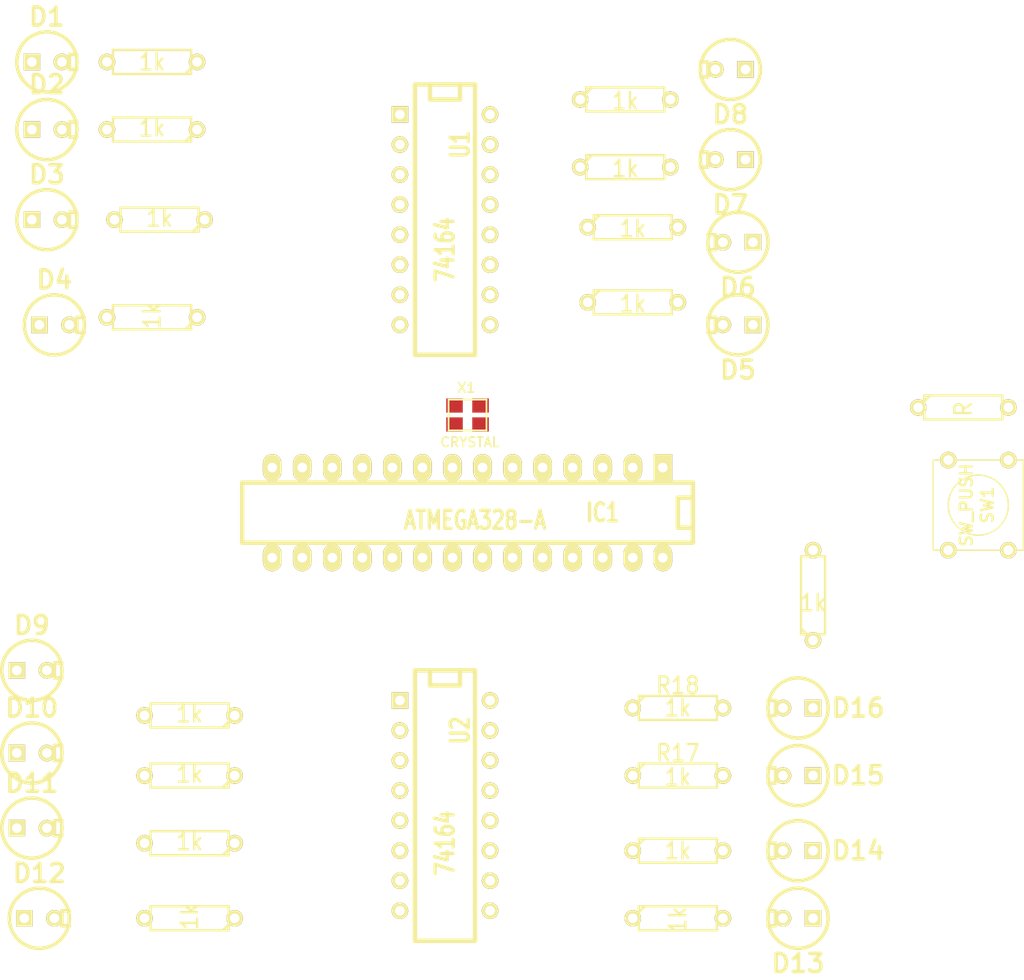
<source format=kicad_pcb>
(kicad_pcb (version 3) (host pcbnew "(2013-jul-07)-stable")

  (general
    (links 69)
    (no_connects 69)
    (area 0 0 0 0)
    (thickness 1.6)
    (drawings 0)
    (tracks 0)
    (zones 0)
    (modules 39)
    (nets 40)
  )

  (page A3)
  (layers
    (15 F.Cu signal)
    (0 B.Cu signal)
    (16 B.Adhes user)
    (17 F.Adhes user)
    (18 B.Paste user)
    (19 F.Paste user)
    (20 B.SilkS user)
    (21 F.SilkS user)
    (22 B.Mask user)
    (23 F.Mask user)
    (24 Dwgs.User user)
    (25 Cmts.User user)
    (26 Eco1.User user)
    (27 Eco2.User user)
    (28 Edge.Cuts user)
  )

  (setup
    (last_trace_width 0.254)
    (trace_clearance 0.254)
    (zone_clearance 0.508)
    (zone_45_only no)
    (trace_min 0.254)
    (segment_width 0.2)
    (edge_width 0.1)
    (via_size 0.889)
    (via_drill 0.635)
    (via_min_size 0.889)
    (via_min_drill 0.508)
    (uvia_size 0.508)
    (uvia_drill 0.127)
    (uvias_allowed no)
    (uvia_min_size 0.508)
    (uvia_min_drill 0.127)
    (pcb_text_width 0.3)
    (pcb_text_size 1.5 1.5)
    (mod_edge_width 0.15)
    (mod_text_size 1 1)
    (mod_text_width 0.15)
    (pad_size 1.5 1.5)
    (pad_drill 0.6)
    (pad_to_mask_clearance 0)
    (aux_axis_origin 0 0)
    (visible_elements FFFFFFBF)
    (pcbplotparams
      (layerselection 3178497)
      (usegerberextensions true)
      (excludeedgelayer true)
      (linewidth 0.150000)
      (plotframeref false)
      (viasonmask false)
      (mode 1)
      (useauxorigin false)
      (hpglpennumber 1)
      (hpglpenspeed 20)
      (hpglpendiameter 15)
      (hpglpenoverlay 2)
      (psnegative false)
      (psa4output false)
      (plotreference true)
      (plotvalue true)
      (plotothertext true)
      (plotinvisibletext false)
      (padsonsilk false)
      (subtractmaskfromsilk false)
      (outputformat 1)
      (mirror false)
      (drillshape 1)
      (scaleselection 1)
      (outputdirectory ""))
  )

  (net 0 "")
  (net 1 GND)
  (net 2 N-000001)
  (net 3 N-0000010)
  (net 4 N-0000011)
  (net 5 N-0000012)
  (net 6 N-0000013)
  (net 7 N-0000014)
  (net 8 N-0000015)
  (net 9 N-0000016)
  (net 10 N-0000017)
  (net 11 N-000002)
  (net 12 N-0000021)
  (net 13 N-0000022)
  (net 14 N-0000023)
  (net 15 N-0000024)
  (net 16 N-0000025)
  (net 17 N-0000027)
  (net 18 N-0000028)
  (net 19 N-0000029)
  (net 20 N-000003)
  (net 21 N-0000031)
  (net 22 N-0000032)
  (net 23 N-0000033)
  (net 24 N-0000034)
  (net 25 N-0000035)
  (net 26 N-0000036)
  (net 27 N-0000037)
  (net 28 N-0000038)
  (net 29 N-0000039)
  (net 30 N-000004)
  (net 31 N-0000040)
  (net 32 N-000005)
  (net 33 N-000006)
  (net 34 N-000007)
  (net 35 N-000008)
  (net 36 N-000009)
  (net 37 RESET)
  (net 38 SRCLK)
  (net 39 VCC)

  (net_class Default "This is the default net class."
    (clearance 0.254)
    (trace_width 0.254)
    (via_dia 0.889)
    (via_drill 0.635)
    (uvia_dia 0.508)
    (uvia_drill 0.127)
    (add_net "")
    (add_net GND)
    (add_net N-000001)
    (add_net N-0000010)
    (add_net N-0000011)
    (add_net N-0000012)
    (add_net N-0000013)
    (add_net N-0000014)
    (add_net N-0000015)
    (add_net N-0000016)
    (add_net N-0000017)
    (add_net N-000002)
    (add_net N-0000021)
    (add_net N-0000022)
    (add_net N-0000023)
    (add_net N-0000024)
    (add_net N-0000025)
    (add_net N-0000027)
    (add_net N-0000028)
    (add_net N-0000029)
    (add_net N-000003)
    (add_net N-0000031)
    (add_net N-0000032)
    (add_net N-0000033)
    (add_net N-0000034)
    (add_net N-0000035)
    (add_net N-0000036)
    (add_net N-0000037)
    (add_net N-0000038)
    (add_net N-0000039)
    (add_net N-000004)
    (add_net N-0000040)
    (add_net N-000005)
    (add_net N-000006)
    (add_net N-000007)
    (add_net N-000008)
    (add_net N-000009)
    (add_net RESET)
    (add_net SRCLK)
    (add_net VCC)
  )

  (module crystal_FA238-TSX3225 (layer F.Cu) (tedit 514AEB06) (tstamp 556D1B70)
    (at 145.415 83.82)
    (descr "crystal Epson Toyocom FA-238 and TSX-3225 series")
    (path /556AE120)
    (fp_text reference X1 (at -0.1 -2.3) (layer F.SilkS)
      (effects (font (size 0.8 0.8) (thickness 0.15)))
    )
    (fp_text value CRYSTAL (at 0.2 2.3) (layer F.SilkS)
      (effects (font (size 0.8 0.8) (thickness 0.15)))
    )
    (fp_line (start -1.6 -1.3) (end 1.6 -1.3) (layer F.SilkS) (width 0.15))
    (fp_line (start 1.6 -1.3) (end 1.6 1.3) (layer F.SilkS) (width 0.15))
    (fp_line (start 1.6 1.3) (end -1.6 1.3) (layer F.SilkS) (width 0.15))
    (fp_line (start -1.6 1.3) (end -1.6 -1.3) (layer F.SilkS) (width 0.15))
    (pad 1 smd rect (at -1.1 0.8) (size 1.4 1.2)
      (layers F.Cu F.Paste F.Mask)
      (net 17 N-0000027)
    )
    (pad 3 smd rect (at 1.1 0.8) (size 1.4 1.2)
      (layers F.Cu F.Paste F.Mask)
    )
    (pad 3 smd rect (at -1.1 -0.8) (size 1.4 1.2)
      (layers F.Cu F.Paste F.Mask)
    )
    (pad 2 smd rect (at 1.1 -0.8) (size 1.4 1.2)
      (layers F.Cu F.Paste F.Mask)
      (net 18 N-0000028)
    )
    (model smd/smd_crystal&oscillator/crystal_4pins_smd.wrl
      (at (xyz 0 0 0))
      (scale (xyz 0.24 0.24 0.24))
      (rotate (xyz 0 0 0))
    )
  )

  (module DIP-28__300_ELL (layer F.Cu) (tedit 556D374F) (tstamp 556D1E80)
    (at 145.415 92.075 180)
    (descr "28 pins DIL package, elliptical pads, width 300mil")
    (tags DIL)
    (path /556AD7BC)
    (fp_text reference IC1 (at -11.43 0 180) (layer F.SilkS)
      (effects (font (size 1.524 1.143) (thickness 0.3048)))
    )
    (fp_text value ATMEGA328-A (at -0.635 -0.635 180) (layer F.SilkS)
      (effects (font (size 1.524 1.143) (thickness 0.3048)))
    )
    (fp_line (start -19.05 -2.54) (end 19.05 -2.54) (layer F.SilkS) (width 0.381))
    (fp_line (start 19.05 -2.54) (end 19.05 2.54) (layer F.SilkS) (width 0.381))
    (fp_line (start 19.05 2.54) (end -19.05 2.54) (layer F.SilkS) (width 0.381))
    (fp_line (start -19.05 2.54) (end -19.05 -2.54) (layer F.SilkS) (width 0.381))
    (fp_line (start -19.05 -1.27) (end -17.78 -1.27) (layer F.SilkS) (width 0.381))
    (fp_line (start -17.78 -1.27) (end -17.78 1.27) (layer F.SilkS) (width 0.381))
    (fp_line (start -17.78 1.27) (end -19.05 1.27) (layer F.SilkS) (width 0.381))
    (pad 2 thru_hole oval (at -13.97 3.81 180) (size 1.5748 2.286) (drill 0.8128)
      (layers *.Cu *.Mask F.SilkS)
    )
    (pad 3 thru_hole oval (at -11.43 3.81 180) (size 1.5748 2.286) (drill 0.8128)
      (layers *.Cu *.Mask F.SilkS)
      (net 1 GND)
    )
    (pad 4 thru_hole oval (at -8.89 3.81 180) (size 1.5748 2.286) (drill 0.8128)
      (layers *.Cu *.Mask F.SilkS)
      (net 39 VCC)
    )
    (pad 5 thru_hole oval (at -6.35 3.81 180) (size 1.5748 2.286) (drill 0.8128)
      (layers *.Cu *.Mask F.SilkS)
      (net 1 GND)
    )
    (pad 6 thru_hole oval (at -3.81 3.81 180) (size 1.5748 2.286) (drill 0.8128)
      (layers *.Cu *.Mask F.SilkS)
      (net 39 VCC)
    )
    (pad 7 thru_hole oval (at -1.27 3.81 180) (size 1.5748 2.286) (drill 0.8128)
      (layers *.Cu *.Mask F.SilkS)
      (net 18 N-0000028)
    )
    (pad 8 thru_hole oval (at 1.27 3.81 180) (size 1.5748 2.286) (drill 0.8128)
      (layers *.Cu *.Mask F.SilkS)
      (net 17 N-0000027)
    )
    (pad 9 thru_hole oval (at 3.81 3.81 180) (size 1.5748 2.286) (drill 0.8128)
      (layers *.Cu *.Mask F.SilkS)
    )
    (pad 10 thru_hole oval (at 6.35 3.81 180) (size 1.5748 2.286) (drill 0.8128)
      (layers *.Cu *.Mask F.SilkS)
    )
    (pad 11 thru_hole oval (at 8.89 3.81 180) (size 1.5748 2.286) (drill 0.8128)
      (layers *.Cu *.Mask F.SilkS)
    )
    (pad 12 thru_hole oval (at 11.43 3.81 180) (size 1.5748 2.286) (drill 0.8128)
      (layers *.Cu *.Mask F.SilkS)
    )
    (pad 13 thru_hole oval (at 13.97 3.81 180) (size 1.5748 2.286) (drill 0.8128)
      (layers *.Cu *.Mask F.SilkS)
    )
    (pad 14 thru_hole oval (at 16.51 3.81 180) (size 1.5748 2.286) (drill 0.8128)
      (layers *.Cu *.Mask F.SilkS)
    )
    (pad 1 thru_hole rect (at -16.51 3.81 180) (size 1.5748 2.286) (drill 0.8128)
      (layers *.Cu *.Mask F.SilkS)
    )
    (pad 15 thru_hole oval (at 16.51 -3.81 180) (size 1.5748 2.286) (drill 0.8128)
      (layers *.Cu *.Mask F.SilkS)
    )
    (pad 16 thru_hole oval (at 13.97 -3.81 180) (size 1.5748 2.286) (drill 0.8128)
      (layers *.Cu *.Mask F.SilkS)
    )
    (pad 17 thru_hole oval (at 11.43 -3.81 180) (size 1.5748 2.286) (drill 0.8128)
      (layers *.Cu *.Mask F.SilkS)
    )
    (pad 18 thru_hole oval (at 8.89 -3.81 180) (size 1.5748 2.286) (drill 0.8128)
      (layers *.Cu *.Mask F.SilkS)
    )
    (pad 19 thru_hole oval (at 6.35 -3.81 180) (size 1.5748 2.286) (drill 0.8128)
      (layers *.Cu *.Mask F.SilkS)
    )
    (pad 20 thru_hole oval (at 3.81 -3.81 180) (size 1.5748 2.286) (drill 0.8128)
      (layers *.Cu *.Mask F.SilkS)
    )
    (pad 21 thru_hole oval (at 1.27 -3.81 180) (size 1.5748 2.286) (drill 0.8128)
      (layers *.Cu *.Mask F.SilkS)
      (net 1 GND)
    )
    (pad 22 thru_hole oval (at -1.27 -3.81 180) (size 1.5748 2.286) (drill 0.8128)
      (layers *.Cu *.Mask F.SilkS)
    )
    (pad 23 thru_hole oval (at -3.81 -3.81 180) (size 1.5748 2.286) (drill 0.8128)
      (layers *.Cu *.Mask F.SilkS)
    )
    (pad 24 thru_hole oval (at -6.35 -3.81 180) (size 1.5748 2.286) (drill 0.8128)
      (layers *.Cu *.Mask F.SilkS)
    )
    (pad 25 thru_hole oval (at -8.89 -3.81 180) (size 1.5748 2.286) (drill 0.8128)
      (layers *.Cu *.Mask F.SilkS)
    )
    (pad 26 thru_hole oval (at -11.43 -3.81 180) (size 1.5748 2.286) (drill 0.8128)
      (layers *.Cu *.Mask F.SilkS)
    )
    (pad 27 thru_hole oval (at -13.97 -3.81 180) (size 1.5748 2.286) (drill 0.8128)
      (layers *.Cu *.Mask F.SilkS)
    )
    (pad 28 thru_hole oval (at -16.51 -3.81 180) (size 1.5748 2.286) (drill 0.8128)
      (layers *.Cu *.Mask F.SilkS)
    )
    (model dil/dil_28-w300.wrl
      (at (xyz 0 0 0))
      (scale (xyz 1 1 1))
      (rotate (xyz 0 0 0))
    )
  )

  (module R3 (layer F.Cu) (tedit 556D3BD1) (tstamp 556D306C)
    (at 174.625 99.06 90)
    (descr "Resitance 3 pas")
    (tags R)
    (path /556BD696)
    (autoplace_cost180 10)
    (fp_text reference R2 (at 0 0.127 90) (layer F.SilkS) hide
      (effects (font (size 1.397 1.27) (thickness 0.2032)))
    )
    (fp_text value 1k (at -0.635 0 180) (layer F.SilkS)
      (effects (font (size 1.397 1.27) (thickness 0.2032)))
    )
    (fp_line (start -3.81 0) (end -3.302 0) (layer F.SilkS) (width 0.2032))
    (fp_line (start 3.81 0) (end 3.302 0) (layer F.SilkS) (width 0.2032))
    (fp_line (start 3.302 0) (end 3.302 -1.016) (layer F.SilkS) (width 0.2032))
    (fp_line (start 3.302 -1.016) (end -3.302 -1.016) (layer F.SilkS) (width 0.2032))
    (fp_line (start -3.302 -1.016) (end -3.302 1.016) (layer F.SilkS) (width 0.2032))
    (fp_line (start -3.302 1.016) (end 3.302 1.016) (layer F.SilkS) (width 0.2032))
    (fp_line (start 3.302 1.016) (end 3.302 0) (layer F.SilkS) (width 0.2032))
    (fp_line (start -3.302 -0.508) (end -2.794 -1.016) (layer F.SilkS) (width 0.2032))
    (pad 1 thru_hole circle (at -3.81 0 90) (size 1.397 1.397) (drill 0.8128)
      (layers *.Cu *.Mask F.SilkS)
      (net 39 VCC)
    )
    (pad 2 thru_hole circle (at 3.81 0 90) (size 1.397 1.397) (drill 0.8128)
      (layers *.Cu *.Mask F.SilkS)
      (net 19 N-0000029)
    )
    (model discret/resistor.wrl
      (at (xyz 0 0 0))
      (scale (xyz 0.3 0.3 0.3))
      (rotate (xyz 0 0 0))
    )
  )

  (module SW_PUSH_SMALL (layer F.Cu) (tedit 46544DB3) (tstamp 556D3134)
    (at 188.595 91.44 270)
    (path /556AE3FA)
    (fp_text reference SW1 (at 0 -0.762 270) (layer F.SilkS)
      (effects (font (size 1.016 1.016) (thickness 0.2032)))
    )
    (fp_text value SW_PUSH (at 0 1.016 270) (layer F.SilkS)
      (effects (font (size 1.016 1.016) (thickness 0.2032)))
    )
    (fp_circle (center 0 0) (end 0 -2.54) (layer F.SilkS) (width 0.127))
    (fp_line (start -3.81 -3.81) (end 3.81 -3.81) (layer F.SilkS) (width 0.127))
    (fp_line (start 3.81 -3.81) (end 3.81 3.81) (layer F.SilkS) (width 0.127))
    (fp_line (start 3.81 3.81) (end -3.81 3.81) (layer F.SilkS) (width 0.127))
    (fp_line (start -3.81 -3.81) (end -3.81 3.81) (layer F.SilkS) (width 0.127))
    (pad 1 thru_hole circle (at 3.81 -2.54 270) (size 1.397 1.397) (drill 0.8128)
      (layers *.Cu *.Mask F.SilkS)
      (net 37 RESET)
    )
    (pad 2 thru_hole circle (at 3.81 2.54 270) (size 1.397 1.397) (drill 0.8128)
      (layers *.Cu *.Mask F.SilkS)
      (net 1 GND)
    )
    (pad 1 thru_hole circle (at -3.81 -2.54 270) (size 1.397 1.397) (drill 0.8128)
      (layers *.Cu *.Mask F.SilkS)
      (net 37 RESET)
    )
    (pad 2 thru_hole circle (at -3.81 2.54 270) (size 1.397 1.397) (drill 0.8128)
      (layers *.Cu *.Mask F.SilkS)
      (net 1 GND)
    )
  )

  (module LEDV (layer F.Cu) (tedit 200000) (tstamp 556D3374)
    (at 109.855 53.975)
    (descr "Led verticale diam 6mm")
    (tags "LED DEV")
    (path /556AD851)
    (fp_text reference D1 (at 0 -3.81) (layer F.SilkS)
      (effects (font (size 1.524 1.524) (thickness 0.3048)))
    )
    (fp_text value LED (at 0 -3.81) (layer F.SilkS) hide
      (effects (font (size 1.524 1.524) (thickness 0.3048)))
    )
    (fp_circle (center 0 0) (end -2.54 0) (layer F.SilkS) (width 0.3048))
    (fp_line (start 2.54 -0.635) (end 1.905 -0.635) (layer F.SilkS) (width 0.3048))
    (fp_line (start 1.905 -0.635) (end 1.905 0.635) (layer F.SilkS) (width 0.3048))
    (fp_line (start 1.905 0.635) (end 2.54 0.635) (layer F.SilkS) (width 0.3048))
    (pad 1 thru_hole rect (at -1.27 0) (size 1.397 1.397) (drill 0.8128)
      (layers *.Cu *.Mask F.SilkS)
      (net 39 VCC)
    )
    (pad 2 thru_hole circle (at 1.27 0) (size 1.397 1.397) (drill 0.8128)
      (layers *.Cu *.Mask F.SilkS)
      (net 14 N-0000023)
    )
    (model discret/led5_vertical.wrl
      (at (xyz 0 0 0))
      (scale (xyz 1 1 1))
      (rotate (xyz 0 0 0))
    )
  )

  (module LEDV (layer F.Cu) (tedit 200000) (tstamp 556D337E)
    (at 109.855 59.69)
    (descr "Led verticale diam 6mm")
    (tags "LED DEV")
    (path /556AD88A)
    (fp_text reference D2 (at 0 -3.81) (layer F.SilkS)
      (effects (font (size 1.524 1.524) (thickness 0.3048)))
    )
    (fp_text value LED (at 0 -3.81) (layer F.SilkS) hide
      (effects (font (size 1.524 1.524) (thickness 0.3048)))
    )
    (fp_circle (center 0 0) (end -2.54 0) (layer F.SilkS) (width 0.3048))
    (fp_line (start 2.54 -0.635) (end 1.905 -0.635) (layer F.SilkS) (width 0.3048))
    (fp_line (start 1.905 -0.635) (end 1.905 0.635) (layer F.SilkS) (width 0.3048))
    (fp_line (start 1.905 0.635) (end 2.54 0.635) (layer F.SilkS) (width 0.3048))
    (pad 1 thru_hole rect (at -1.27 0) (size 1.397 1.397) (drill 0.8128)
      (layers *.Cu *.Mask F.SilkS)
      (net 39 VCC)
    )
    (pad 2 thru_hole circle (at 1.27 0) (size 1.397 1.397) (drill 0.8128)
      (layers *.Cu *.Mask F.SilkS)
      (net 12 N-0000021)
    )
    (model discret/led5_vertical.wrl
      (at (xyz 0 0 0))
      (scale (xyz 1 1 1))
      (rotate (xyz 0 0 0))
    )
  )

  (module LEDV (layer F.Cu) (tedit 200000) (tstamp 556D3388)
    (at 109.855 67.31)
    (descr "Led verticale diam 6mm")
    (tags "LED DEV")
    (path /556AD8CC)
    (fp_text reference D3 (at 0 -3.81) (layer F.SilkS)
      (effects (font (size 1.524 1.524) (thickness 0.3048)))
    )
    (fp_text value LED (at 0 -3.81) (layer F.SilkS) hide
      (effects (font (size 1.524 1.524) (thickness 0.3048)))
    )
    (fp_circle (center 0 0) (end -2.54 0) (layer F.SilkS) (width 0.3048))
    (fp_line (start 2.54 -0.635) (end 1.905 -0.635) (layer F.SilkS) (width 0.3048))
    (fp_line (start 1.905 -0.635) (end 1.905 0.635) (layer F.SilkS) (width 0.3048))
    (fp_line (start 1.905 0.635) (end 2.54 0.635) (layer F.SilkS) (width 0.3048))
    (pad 1 thru_hole rect (at -1.27 0) (size 1.397 1.397) (drill 0.8128)
      (layers *.Cu *.Mask F.SilkS)
      (net 39 VCC)
    )
    (pad 2 thru_hole circle (at 1.27 0) (size 1.397 1.397) (drill 0.8128)
      (layers *.Cu *.Mask F.SilkS)
      (net 34 N-000007)
    )
    (model discret/led5_vertical.wrl
      (at (xyz 0 0 0))
      (scale (xyz 1 1 1))
      (rotate (xyz 0 0 0))
    )
  )

  (module LEDV (layer F.Cu) (tedit 200000) (tstamp 556D3392)
    (at 168.275 76.2 180)
    (descr "Led verticale diam 6mm")
    (tags "LED DEV")
    (path /556AD92B)
    (fp_text reference D5 (at 0 -3.81 180) (layer F.SilkS)
      (effects (font (size 1.524 1.524) (thickness 0.3048)))
    )
    (fp_text value LED (at 0 -3.81 180) (layer F.SilkS) hide
      (effects (font (size 1.524 1.524) (thickness 0.3048)))
    )
    (fp_circle (center 0 0) (end -2.54 0) (layer F.SilkS) (width 0.3048))
    (fp_line (start 2.54 -0.635) (end 1.905 -0.635) (layer F.SilkS) (width 0.3048))
    (fp_line (start 1.905 -0.635) (end 1.905 0.635) (layer F.SilkS) (width 0.3048))
    (fp_line (start 1.905 0.635) (end 2.54 0.635) (layer F.SilkS) (width 0.3048))
    (pad 1 thru_hole rect (at -1.27 0 180) (size 1.397 1.397) (drill 0.8128)
      (layers *.Cu *.Mask F.SilkS)
      (net 39 VCC)
    )
    (pad 2 thru_hole circle (at 1.27 0 180) (size 1.397 1.397) (drill 0.8128)
      (layers *.Cu *.Mask F.SilkS)
      (net 2 N-000001)
    )
    (model discret/led5_vertical.wrl
      (at (xyz 0 0 0))
      (scale (xyz 1 1 1))
      (rotate (xyz 0 0 0))
    )
  )

  (module LEDV (layer F.Cu) (tedit 200000) (tstamp 556D339C)
    (at 168.275 69.215 180)
    (descr "Led verticale diam 6mm")
    (tags "LED DEV")
    (path /556ADA51)
    (fp_text reference D6 (at 0 -3.81 180) (layer F.SilkS)
      (effects (font (size 1.524 1.524) (thickness 0.3048)))
    )
    (fp_text value LED (at 0 -3.81 180) (layer F.SilkS) hide
      (effects (font (size 1.524 1.524) (thickness 0.3048)))
    )
    (fp_circle (center 0 0) (end -2.54 0) (layer F.SilkS) (width 0.3048))
    (fp_line (start 2.54 -0.635) (end 1.905 -0.635) (layer F.SilkS) (width 0.3048))
    (fp_line (start 1.905 -0.635) (end 1.905 0.635) (layer F.SilkS) (width 0.3048))
    (fp_line (start 1.905 0.635) (end 2.54 0.635) (layer F.SilkS) (width 0.3048))
    (pad 1 thru_hole rect (at -1.27 0 180) (size 1.397 1.397) (drill 0.8128)
      (layers *.Cu *.Mask F.SilkS)
      (net 39 VCC)
    )
    (pad 2 thru_hole circle (at 1.27 0 180) (size 1.397 1.397) (drill 0.8128)
      (layers *.Cu *.Mask F.SilkS)
      (net 20 N-000003)
    )
    (model discret/led5_vertical.wrl
      (at (xyz 0 0 0))
      (scale (xyz 1 1 1))
      (rotate (xyz 0 0 0))
    )
  )

  (module LEDV (layer F.Cu) (tedit 200000) (tstamp 556D33A6)
    (at 167.64 62.23 180)
    (descr "Led verticale diam 6mm")
    (tags "LED DEV")
    (path /556ADA63)
    (fp_text reference D7 (at 0 -3.81 180) (layer F.SilkS)
      (effects (font (size 1.524 1.524) (thickness 0.3048)))
    )
    (fp_text value LED (at 0 -3.81 180) (layer F.SilkS) hide
      (effects (font (size 1.524 1.524) (thickness 0.3048)))
    )
    (fp_circle (center 0 0) (end -2.54 0) (layer F.SilkS) (width 0.3048))
    (fp_line (start 2.54 -0.635) (end 1.905 -0.635) (layer F.SilkS) (width 0.3048))
    (fp_line (start 1.905 -0.635) (end 1.905 0.635) (layer F.SilkS) (width 0.3048))
    (fp_line (start 1.905 0.635) (end 2.54 0.635) (layer F.SilkS) (width 0.3048))
    (pad 1 thru_hole rect (at -1.27 0 180) (size 1.397 1.397) (drill 0.8128)
      (layers *.Cu *.Mask F.SilkS)
      (net 39 VCC)
    )
    (pad 2 thru_hole circle (at 1.27 0 180) (size 1.397 1.397) (drill 0.8128)
      (layers *.Cu *.Mask F.SilkS)
      (net 9 N-0000016)
    )
    (model discret/led5_vertical.wrl
      (at (xyz 0 0 0))
      (scale (xyz 1 1 1))
      (rotate (xyz 0 0 0))
    )
  )

  (module LEDV (layer F.Cu) (tedit 200000) (tstamp 556D33B0)
    (at 167.64 54.61 180)
    (descr "Led verticale diam 6mm")
    (tags "LED DEV")
    (path /556ADA75)
    (fp_text reference D8 (at 0 -3.81 180) (layer F.SilkS)
      (effects (font (size 1.524 1.524) (thickness 0.3048)))
    )
    (fp_text value LED (at 0 -3.81 180) (layer F.SilkS) hide
      (effects (font (size 1.524 1.524) (thickness 0.3048)))
    )
    (fp_circle (center 0 0) (end -2.54 0) (layer F.SilkS) (width 0.3048))
    (fp_line (start 2.54 -0.635) (end 1.905 -0.635) (layer F.SilkS) (width 0.3048))
    (fp_line (start 1.905 -0.635) (end 1.905 0.635) (layer F.SilkS) (width 0.3048))
    (fp_line (start 1.905 0.635) (end 2.54 0.635) (layer F.SilkS) (width 0.3048))
    (pad 1 thru_hole rect (at -1.27 0 180) (size 1.397 1.397) (drill 0.8128)
      (layers *.Cu *.Mask F.SilkS)
      (net 39 VCC)
    )
    (pad 2 thru_hole circle (at 1.27 0 180) (size 1.397 1.397) (drill 0.8128)
      (layers *.Cu *.Mask F.SilkS)
      (net 35 N-000008)
    )
    (model discret/led5_vertical.wrl
      (at (xyz 0 0 0))
      (scale (xyz 1 1 1))
      (rotate (xyz 0 0 0))
    )
  )

  (module LEDV (layer F.Cu) (tedit 200000) (tstamp 556D33BA)
    (at 108.585 112.395)
    (descr "Led verticale diam 6mm")
    (tags "LED DEV")
    (path /556ADBF0)
    (fp_text reference D10 (at 0 -3.81) (layer F.SilkS)
      (effects (font (size 1.524 1.524) (thickness 0.3048)))
    )
    (fp_text value LED (at 0 -3.81) (layer F.SilkS) hide
      (effects (font (size 1.524 1.524) (thickness 0.3048)))
    )
    (fp_circle (center 0 0) (end -2.54 0) (layer F.SilkS) (width 0.3048))
    (fp_line (start 2.54 -0.635) (end 1.905 -0.635) (layer F.SilkS) (width 0.3048))
    (fp_line (start 1.905 -0.635) (end 1.905 0.635) (layer F.SilkS) (width 0.3048))
    (fp_line (start 1.905 0.635) (end 2.54 0.635) (layer F.SilkS) (width 0.3048))
    (pad 1 thru_hole rect (at -1.27 0) (size 1.397 1.397) (drill 0.8128)
      (layers *.Cu *.Mask F.SilkS)
      (net 39 VCC)
    )
    (pad 2 thru_hole circle (at 1.27 0) (size 1.397 1.397) (drill 0.8128)
      (layers *.Cu *.Mask F.SilkS)
      (net 4 N-0000011)
    )
    (model discret/led5_vertical.wrl
      (at (xyz 0 0 0))
      (scale (xyz 1 1 1))
      (rotate (xyz 0 0 0))
    )
  )

  (module LEDV (layer F.Cu) (tedit 200000) (tstamp 556D33C4)
    (at 108.585 118.745)
    (descr "Led verticale diam 6mm")
    (tags "LED DEV")
    (path /556ADBFE)
    (fp_text reference D11 (at 0 -3.81) (layer F.SilkS)
      (effects (font (size 1.524 1.524) (thickness 0.3048)))
    )
    (fp_text value LED (at 0 -3.81) (layer F.SilkS) hide
      (effects (font (size 1.524 1.524) (thickness 0.3048)))
    )
    (fp_circle (center 0 0) (end -2.54 0) (layer F.SilkS) (width 0.3048))
    (fp_line (start 2.54 -0.635) (end 1.905 -0.635) (layer F.SilkS) (width 0.3048))
    (fp_line (start 1.905 -0.635) (end 1.905 0.635) (layer F.SilkS) (width 0.3048))
    (fp_line (start 1.905 0.635) (end 2.54 0.635) (layer F.SilkS) (width 0.3048))
    (pad 1 thru_hole rect (at -1.27 0) (size 1.397 1.397) (drill 0.8128)
      (layers *.Cu *.Mask F.SilkS)
      (net 39 VCC)
    )
    (pad 2 thru_hole circle (at 1.27 0) (size 1.397 1.397) (drill 0.8128)
      (layers *.Cu *.Mask F.SilkS)
      (net 36 N-000009)
    )
    (model discret/led5_vertical.wrl
      (at (xyz 0 0 0))
      (scale (xyz 1 1 1))
      (rotate (xyz 0 0 0))
    )
  )

  (module LEDV (layer F.Cu) (tedit 200000) (tstamp 556D33CE)
    (at 109.22 126.365)
    (descr "Led verticale diam 6mm")
    (tags "LED DEV")
    (path /556ADC1E)
    (fp_text reference D12 (at 0 -3.81) (layer F.SilkS)
      (effects (font (size 1.524 1.524) (thickness 0.3048)))
    )
    (fp_text value LED (at 0 -3.81) (layer F.SilkS) hide
      (effects (font (size 1.524 1.524) (thickness 0.3048)))
    )
    (fp_circle (center 0 0) (end -2.54 0) (layer F.SilkS) (width 0.3048))
    (fp_line (start 2.54 -0.635) (end 1.905 -0.635) (layer F.SilkS) (width 0.3048))
    (fp_line (start 1.905 -0.635) (end 1.905 0.635) (layer F.SilkS) (width 0.3048))
    (fp_line (start 1.905 0.635) (end 2.54 0.635) (layer F.SilkS) (width 0.3048))
    (pad 1 thru_hole rect (at -1.27 0) (size 1.397 1.397) (drill 0.8128)
      (layers *.Cu *.Mask F.SilkS)
      (net 39 VCC)
    )
    (pad 2 thru_hole circle (at 1.27 0) (size 1.397 1.397) (drill 0.8128)
      (layers *.Cu *.Mask F.SilkS)
      (net 25 N-0000035)
    )
    (model discret/led5_vertical.wrl
      (at (xyz 0 0 0))
      (scale (xyz 1 1 1))
      (rotate (xyz 0 0 0))
    )
  )

  (module LEDV (layer F.Cu) (tedit 200000) (tstamp 556D33D8)
    (at 173.355 126.365 180)
    (descr "Led verticale diam 6mm")
    (tags "LED DEV")
    (path /556ADC2A)
    (fp_text reference D13 (at 0 -3.81 180) (layer F.SilkS)
      (effects (font (size 1.524 1.524) (thickness 0.3048)))
    )
    (fp_text value LED (at 0 -3.81 180) (layer F.SilkS) hide
      (effects (font (size 1.524 1.524) (thickness 0.3048)))
    )
    (fp_circle (center 0 0) (end -2.54 0) (layer F.SilkS) (width 0.3048))
    (fp_line (start 2.54 -0.635) (end 1.905 -0.635) (layer F.SilkS) (width 0.3048))
    (fp_line (start 1.905 -0.635) (end 1.905 0.635) (layer F.SilkS) (width 0.3048))
    (fp_line (start 1.905 0.635) (end 2.54 0.635) (layer F.SilkS) (width 0.3048))
    (pad 1 thru_hole rect (at -1.27 0 180) (size 1.397 1.397) (drill 0.8128)
      (layers *.Cu *.Mask F.SilkS)
      (net 39 VCC)
    )
    (pad 2 thru_hole circle (at 1.27 0 180) (size 1.397 1.397) (drill 0.8128)
      (layers *.Cu *.Mask F.SilkS)
      (net 23 N-0000033)
    )
    (model discret/led5_vertical.wrl
      (at (xyz 0 0 0))
      (scale (xyz 1 1 1))
      (rotate (xyz 0 0 0))
    )
  )

  (module LEDV (layer F.Cu) (tedit 556D3F44) (tstamp 556D33E2)
    (at 173.355 120.65 180)
    (descr "Led verticale diam 6mm")
    (tags "LED DEV")
    (path /556ADC3F)
    (fp_text reference D14 (at -5.08 0 180) (layer F.SilkS)
      (effects (font (size 1.524 1.524) (thickness 0.3048)))
    )
    (fp_text value LED (at 0 -3.81 180) (layer F.SilkS) hide
      (effects (font (size 1.524 1.524) (thickness 0.3048)))
    )
    (fp_circle (center 0 0) (end -2.54 0) (layer F.SilkS) (width 0.3048))
    (fp_line (start 2.54 -0.635) (end 1.905 -0.635) (layer F.SilkS) (width 0.3048))
    (fp_line (start 1.905 -0.635) (end 1.905 0.635) (layer F.SilkS) (width 0.3048))
    (fp_line (start 1.905 0.635) (end 2.54 0.635) (layer F.SilkS) (width 0.3048))
    (pad 1 thru_hole rect (at -1.27 0 180) (size 1.397 1.397) (drill 0.8128)
      (layers *.Cu *.Mask F.SilkS)
      (net 39 VCC)
    )
    (pad 2 thru_hole circle (at 1.27 0 180) (size 1.397 1.397) (drill 0.8128)
      (layers *.Cu *.Mask F.SilkS)
      (net 21 N-0000031)
    )
    (model discret/led5_vertical.wrl
      (at (xyz 0 0 0))
      (scale (xyz 1 1 1))
      (rotate (xyz 0 0 0))
    )
  )

  (module R3 (layer F.Cu) (tedit 556D33EF) (tstamp 556D349F)
    (at 118.745 53.975 180)
    (descr "Resitance 3 pas")
    (tags R)
    (path /556AD827)
    (autoplace_cost180 10)
    (fp_text reference R3 (at 0 0.127 180) (layer F.SilkS) hide
      (effects (font (size 1.397 1.27) (thickness 0.2032)))
    )
    (fp_text value 1k (at 0 0 180) (layer F.SilkS)
      (effects (font (size 1.397 1.27) (thickness 0.2032)))
    )
    (fp_line (start -3.81 0) (end -3.302 0) (layer F.SilkS) (width 0.2032))
    (fp_line (start 3.81 0) (end 3.302 0) (layer F.SilkS) (width 0.2032))
    (fp_line (start 3.302 0) (end 3.302 -1.016) (layer F.SilkS) (width 0.2032))
    (fp_line (start 3.302 -1.016) (end -3.302 -1.016) (layer F.SilkS) (width 0.2032))
    (fp_line (start -3.302 -1.016) (end -3.302 1.016) (layer F.SilkS) (width 0.2032))
    (fp_line (start -3.302 1.016) (end 3.302 1.016) (layer F.SilkS) (width 0.2032))
    (fp_line (start 3.302 1.016) (end 3.302 0) (layer F.SilkS) (width 0.2032))
    (fp_line (start -3.302 -0.508) (end -2.794 -1.016) (layer F.SilkS) (width 0.2032))
    (pad 1 thru_hole circle (at -3.81 0 180) (size 1.397 1.397) (drill 0.8128)
      (layers *.Cu *.Mask F.SilkS)
      (net 15 N-0000024)
    )
    (pad 2 thru_hole circle (at 3.81 0 180) (size 1.397 1.397) (drill 0.8128)
      (layers *.Cu *.Mask F.SilkS)
      (net 14 N-0000023)
    )
    (model discret/resistor.wrl
      (at (xyz 0 0 0))
      (scale (xyz 0.3 0.3 0.3))
      (rotate (xyz 0 0 0))
    )
  )

  (module R3 (layer F.Cu) (tedit 4E4C0E65) (tstamp 556D34AD)
    (at 158.75 57.15)
    (descr "Resitance 3 pas")
    (tags R)
    (path /556ADA6F)
    (autoplace_cost180 10)
    (fp_text reference R10 (at 0 0.127) (layer F.SilkS) hide
      (effects (font (size 1.397 1.27) (thickness 0.2032)))
    )
    (fp_text value 1k (at 0 0.127) (layer F.SilkS)
      (effects (font (size 1.397 1.27) (thickness 0.2032)))
    )
    (fp_line (start -3.81 0) (end -3.302 0) (layer F.SilkS) (width 0.2032))
    (fp_line (start 3.81 0) (end 3.302 0) (layer F.SilkS) (width 0.2032))
    (fp_line (start 3.302 0) (end 3.302 -1.016) (layer F.SilkS) (width 0.2032))
    (fp_line (start 3.302 -1.016) (end -3.302 -1.016) (layer F.SilkS) (width 0.2032))
    (fp_line (start -3.302 -1.016) (end -3.302 1.016) (layer F.SilkS) (width 0.2032))
    (fp_line (start -3.302 1.016) (end 3.302 1.016) (layer F.SilkS) (width 0.2032))
    (fp_line (start 3.302 1.016) (end 3.302 0) (layer F.SilkS) (width 0.2032))
    (fp_line (start -3.302 -0.508) (end -2.794 -1.016) (layer F.SilkS) (width 0.2032))
    (pad 1 thru_hole circle (at -3.81 0) (size 1.397 1.397) (drill 0.8128)
      (layers *.Cu *.Mask F.SilkS)
      (net 16 N-0000025)
    )
    (pad 2 thru_hole circle (at 3.81 0) (size 1.397 1.397) (drill 0.8128)
      (layers *.Cu *.Mask F.SilkS)
      (net 35 N-000008)
    )
    (model discret/resistor.wrl
      (at (xyz 0 0 0))
      (scale (xyz 0.3 0.3 0.3))
      (rotate (xyz 0 0 0))
    )
  )

  (module LEDV (layer F.Cu) (tedit 200000) (tstamp 556D35B0)
    (at 110.49 76.2)
    (descr "Led verticale diam 6mm")
    (tags "LED DEV")
    (path /556AD91F)
    (fp_text reference D4 (at 0 -3.81) (layer F.SilkS)
      (effects (font (size 1.524 1.524) (thickness 0.3048)))
    )
    (fp_text value LED (at 0 -3.81) (layer F.SilkS) hide
      (effects (font (size 1.524 1.524) (thickness 0.3048)))
    )
    (fp_circle (center 0 0) (end -2.54 0) (layer F.SilkS) (width 0.3048))
    (fp_line (start 2.54 -0.635) (end 1.905 -0.635) (layer F.SilkS) (width 0.3048))
    (fp_line (start 1.905 -0.635) (end 1.905 0.635) (layer F.SilkS) (width 0.3048))
    (fp_line (start 1.905 0.635) (end 2.54 0.635) (layer F.SilkS) (width 0.3048))
    (pad 1 thru_hole rect (at -1.27 0) (size 1.397 1.397) (drill 0.8128)
      (layers *.Cu *.Mask F.SilkS)
      (net 39 VCC)
    )
    (pad 2 thru_hole circle (at 1.27 0) (size 1.397 1.397) (drill 0.8128)
      (layers *.Cu *.Mask F.SilkS)
      (net 32 N-000005)
    )
    (model discret/led5_vertical.wrl
      (at (xyz 0 0 0))
      (scale (xyz 1 1 1))
      (rotate (xyz 0 0 0))
    )
  )

  (module R3 (layer F.Cu) (tedit 4E4C0E65) (tstamp 556D35D2)
    (at 118.745 59.69 180)
    (descr "Resitance 3 pas")
    (tags R)
    (path /556AD884)
    (autoplace_cost180 10)
    (fp_text reference R4 (at 0 0.127 180) (layer F.SilkS) hide
      (effects (font (size 1.397 1.27) (thickness 0.2032)))
    )
    (fp_text value 1k (at 0 0.127 180) (layer F.SilkS)
      (effects (font (size 1.397 1.27) (thickness 0.2032)))
    )
    (fp_line (start -3.81 0) (end -3.302 0) (layer F.SilkS) (width 0.2032))
    (fp_line (start 3.81 0) (end 3.302 0) (layer F.SilkS) (width 0.2032))
    (fp_line (start 3.302 0) (end 3.302 -1.016) (layer F.SilkS) (width 0.2032))
    (fp_line (start 3.302 -1.016) (end -3.302 -1.016) (layer F.SilkS) (width 0.2032))
    (fp_line (start -3.302 -1.016) (end -3.302 1.016) (layer F.SilkS) (width 0.2032))
    (fp_line (start -3.302 1.016) (end 3.302 1.016) (layer F.SilkS) (width 0.2032))
    (fp_line (start 3.302 1.016) (end 3.302 0) (layer F.SilkS) (width 0.2032))
    (fp_line (start -3.302 -0.508) (end -2.794 -1.016) (layer F.SilkS) (width 0.2032))
    (pad 1 thru_hole circle (at -3.81 0 180) (size 1.397 1.397) (drill 0.8128)
      (layers *.Cu *.Mask F.SilkS)
      (net 13 N-0000022)
    )
    (pad 2 thru_hole circle (at 3.81 0 180) (size 1.397 1.397) (drill 0.8128)
      (layers *.Cu *.Mask F.SilkS)
      (net 12 N-0000021)
    )
    (model discret/resistor.wrl
      (at (xyz 0 0 0))
      (scale (xyz 0.3 0.3 0.3))
      (rotate (xyz 0 0 0))
    )
  )

  (module R3 (layer F.Cu) (tedit 4E4C0E65) (tstamp 556D35E0)
    (at 159.385 74.295)
    (descr "Resitance 3 pas")
    (tags R)
    (path /556AD925)
    (autoplace_cost180 10)
    (fp_text reference R7 (at 0 0.127) (layer F.SilkS) hide
      (effects (font (size 1.397 1.27) (thickness 0.2032)))
    )
    (fp_text value 1k (at 0 0.127) (layer F.SilkS)
      (effects (font (size 1.397 1.27) (thickness 0.2032)))
    )
    (fp_line (start -3.81 0) (end -3.302 0) (layer F.SilkS) (width 0.2032))
    (fp_line (start 3.81 0) (end 3.302 0) (layer F.SilkS) (width 0.2032))
    (fp_line (start 3.302 0) (end 3.302 -1.016) (layer F.SilkS) (width 0.2032))
    (fp_line (start 3.302 -1.016) (end -3.302 -1.016) (layer F.SilkS) (width 0.2032))
    (fp_line (start -3.302 -1.016) (end -3.302 1.016) (layer F.SilkS) (width 0.2032))
    (fp_line (start -3.302 1.016) (end 3.302 1.016) (layer F.SilkS) (width 0.2032))
    (fp_line (start 3.302 1.016) (end 3.302 0) (layer F.SilkS) (width 0.2032))
    (fp_line (start -3.302 -0.508) (end -2.794 -1.016) (layer F.SilkS) (width 0.2032))
    (pad 1 thru_hole circle (at -3.81 0) (size 1.397 1.397) (drill 0.8128)
      (layers *.Cu *.Mask F.SilkS)
      (net 30 N-000004)
    )
    (pad 2 thru_hole circle (at 3.81 0) (size 1.397 1.397) (drill 0.8128)
      (layers *.Cu *.Mask F.SilkS)
      (net 2 N-000001)
    )
    (model discret/resistor.wrl
      (at (xyz 0 0 0))
      (scale (xyz 0.3 0.3 0.3))
      (rotate (xyz 0 0 0))
    )
  )

  (module R3 (layer F.Cu) (tedit 4E4C0E65) (tstamp 556D35EE)
    (at 159.385 67.945)
    (descr "Resitance 3 pas")
    (tags R)
    (path /556ADA4B)
    (autoplace_cost180 10)
    (fp_text reference R8 (at 0 0.127) (layer F.SilkS) hide
      (effects (font (size 1.397 1.27) (thickness 0.2032)))
    )
    (fp_text value 1k (at 0 0.127) (layer F.SilkS)
      (effects (font (size 1.397 1.27) (thickness 0.2032)))
    )
    (fp_line (start -3.81 0) (end -3.302 0) (layer F.SilkS) (width 0.2032))
    (fp_line (start 3.81 0) (end 3.302 0) (layer F.SilkS) (width 0.2032))
    (fp_line (start 3.302 0) (end 3.302 -1.016) (layer F.SilkS) (width 0.2032))
    (fp_line (start 3.302 -1.016) (end -3.302 -1.016) (layer F.SilkS) (width 0.2032))
    (fp_line (start -3.302 -1.016) (end -3.302 1.016) (layer F.SilkS) (width 0.2032))
    (fp_line (start -3.302 1.016) (end 3.302 1.016) (layer F.SilkS) (width 0.2032))
    (fp_line (start 3.302 1.016) (end 3.302 0) (layer F.SilkS) (width 0.2032))
    (fp_line (start -3.302 -0.508) (end -2.794 -1.016) (layer F.SilkS) (width 0.2032))
    (pad 1 thru_hole circle (at -3.81 0) (size 1.397 1.397) (drill 0.8128)
      (layers *.Cu *.Mask F.SilkS)
      (net 11 N-000002)
    )
    (pad 2 thru_hole circle (at 3.81 0) (size 1.397 1.397) (drill 0.8128)
      (layers *.Cu *.Mask F.SilkS)
      (net 20 N-000003)
    )
    (model discret/resistor.wrl
      (at (xyz 0 0 0))
      (scale (xyz 0.3 0.3 0.3))
      (rotate (xyz 0 0 0))
    )
  )

  (module R3 (layer F.Cu) (tedit 4E4C0E65) (tstamp 556D35FC)
    (at 121.92 114.3 180)
    (descr "Resitance 3 pas")
    (tags R)
    (path /556ADBEA)
    (autoplace_cost180 10)
    (fp_text reference R12 (at 0 0.127 180) (layer F.SilkS) hide
      (effects (font (size 1.397 1.27) (thickness 0.2032)))
    )
    (fp_text value 1k (at 0 0.127 180) (layer F.SilkS)
      (effects (font (size 1.397 1.27) (thickness 0.2032)))
    )
    (fp_line (start -3.81 0) (end -3.302 0) (layer F.SilkS) (width 0.2032))
    (fp_line (start 3.81 0) (end 3.302 0) (layer F.SilkS) (width 0.2032))
    (fp_line (start 3.302 0) (end 3.302 -1.016) (layer F.SilkS) (width 0.2032))
    (fp_line (start 3.302 -1.016) (end -3.302 -1.016) (layer F.SilkS) (width 0.2032))
    (fp_line (start -3.302 -1.016) (end -3.302 1.016) (layer F.SilkS) (width 0.2032))
    (fp_line (start -3.302 1.016) (end 3.302 1.016) (layer F.SilkS) (width 0.2032))
    (fp_line (start 3.302 1.016) (end 3.302 0) (layer F.SilkS) (width 0.2032))
    (fp_line (start -3.302 -0.508) (end -2.794 -1.016) (layer F.SilkS) (width 0.2032))
    (pad 1 thru_hole circle (at -3.81 0 180) (size 1.397 1.397) (drill 0.8128)
      (layers *.Cu *.Mask F.SilkS)
      (net 5 N-0000012)
    )
    (pad 2 thru_hole circle (at 3.81 0 180) (size 1.397 1.397) (drill 0.8128)
      (layers *.Cu *.Mask F.SilkS)
      (net 4 N-0000011)
    )
    (model discret/resistor.wrl
      (at (xyz 0 0 0))
      (scale (xyz 0.3 0.3 0.3))
      (rotate (xyz 0 0 0))
    )
  )

  (module R3 (layer F.Cu) (tedit 556D3609) (tstamp 556D360A)
    (at 163.195 126.365)
    (descr "Resitance 3 pas")
    (tags R)
    (path /556ADC24)
    (autoplace_cost180 10)
    (fp_text reference R15 (at 0 0.127) (layer F.SilkS) hide
      (effects (font (size 1.397 1.27) (thickness 0.2032)))
    )
    (fp_text value 1k (at 0 0.127 90) (layer F.SilkS)
      (effects (font (size 1.397 1.27) (thickness 0.2032)))
    )
    (fp_line (start -3.81 0) (end -3.302 0) (layer F.SilkS) (width 0.2032))
    (fp_line (start 3.81 0) (end 3.302 0) (layer F.SilkS) (width 0.2032))
    (fp_line (start 3.302 0) (end 3.302 -1.016) (layer F.SilkS) (width 0.2032))
    (fp_line (start 3.302 -1.016) (end -3.302 -1.016) (layer F.SilkS) (width 0.2032))
    (fp_line (start -3.302 -1.016) (end -3.302 1.016) (layer F.SilkS) (width 0.2032))
    (fp_line (start -3.302 1.016) (end 3.302 1.016) (layer F.SilkS) (width 0.2032))
    (fp_line (start 3.302 1.016) (end 3.302 0) (layer F.SilkS) (width 0.2032))
    (fp_line (start -3.302 -0.508) (end -2.794 -1.016) (layer F.SilkS) (width 0.2032))
    (pad 1 thru_hole circle (at -3.81 0) (size 1.397 1.397) (drill 0.8128)
      (layers *.Cu *.Mask F.SilkS)
      (net 24 N-0000034)
    )
    (pad 2 thru_hole circle (at 3.81 0) (size 1.397 1.397) (drill 0.8128)
      (layers *.Cu *.Mask F.SilkS)
      (net 23 N-0000033)
    )
    (model discret/resistor.wrl
      (at (xyz 0 0 0))
      (scale (xyz 0.3 0.3 0.3))
      (rotate (xyz 0 0 0))
    )
  )

  (module R3 (layer F.Cu) (tedit 556D36B2) (tstamp 556D3618)
    (at 163.195 120.65)
    (descr "Resitance 3 pas")
    (tags R)
    (path /556ADC39)
    (autoplace_cost180 10)
    (fp_text reference R16 (at 0 0.127) (layer F.SilkS) hide
      (effects (font (size 1.397 1.27) (thickness 0.2032)))
    )
    (fp_text value 1k (at 0 0) (layer F.SilkS)
      (effects (font (size 1.397 1.27) (thickness 0.2032)))
    )
    (fp_line (start -3.81 0) (end -3.302 0) (layer F.SilkS) (width 0.2032))
    (fp_line (start 3.81 0) (end 3.302 0) (layer F.SilkS) (width 0.2032))
    (fp_line (start 3.302 0) (end 3.302 -1.016) (layer F.SilkS) (width 0.2032))
    (fp_line (start 3.302 -1.016) (end -3.302 -1.016) (layer F.SilkS) (width 0.2032))
    (fp_line (start -3.302 -1.016) (end -3.302 1.016) (layer F.SilkS) (width 0.2032))
    (fp_line (start -3.302 1.016) (end 3.302 1.016) (layer F.SilkS) (width 0.2032))
    (fp_line (start 3.302 1.016) (end 3.302 0) (layer F.SilkS) (width 0.2032))
    (fp_line (start -3.302 -0.508) (end -2.794 -1.016) (layer F.SilkS) (width 0.2032))
    (pad 1 thru_hole circle (at -3.81 0) (size 1.397 1.397) (drill 0.8128)
      (layers *.Cu *.Mask F.SilkS)
      (net 22 N-0000032)
    )
    (pad 2 thru_hole circle (at 3.81 0) (size 1.397 1.397) (drill 0.8128)
      (layers *.Cu *.Mask F.SilkS)
      (net 21 N-0000031)
    )
    (model discret/resistor.wrl
      (at (xyz 0 0 0))
      (scale (xyz 0.3 0.3 0.3))
      (rotate (xyz 0 0 0))
    )
  )

  (module R3 (layer F.Cu) (tedit 556D3F19) (tstamp 556D3626)
    (at 163.195 114.3)
    (descr "Resitance 3 pas")
    (tags R)
    (path /556ADC49)
    (autoplace_cost180 10)
    (fp_text reference R17 (at 0 -1.905) (layer F.SilkS)
      (effects (font (size 1.397 1.27) (thickness 0.2032)))
    )
    (fp_text value 1k (at 0 0.127) (layer F.SilkS)
      (effects (font (size 1.397 1.27) (thickness 0.2032)))
    )
    (fp_line (start -3.81 0) (end -3.302 0) (layer F.SilkS) (width 0.2032))
    (fp_line (start 3.81 0) (end 3.302 0) (layer F.SilkS) (width 0.2032))
    (fp_line (start 3.302 0) (end 3.302 -1.016) (layer F.SilkS) (width 0.2032))
    (fp_line (start 3.302 -1.016) (end -3.302 -1.016) (layer F.SilkS) (width 0.2032))
    (fp_line (start -3.302 -1.016) (end -3.302 1.016) (layer F.SilkS) (width 0.2032))
    (fp_line (start -3.302 1.016) (end 3.302 1.016) (layer F.SilkS) (width 0.2032))
    (fp_line (start 3.302 1.016) (end 3.302 0) (layer F.SilkS) (width 0.2032))
    (fp_line (start -3.302 -0.508) (end -2.794 -1.016) (layer F.SilkS) (width 0.2032))
    (pad 1 thru_hole circle (at -3.81 0) (size 1.397 1.397) (drill 0.8128)
      (layers *.Cu *.Mask F.SilkS)
      (net 31 N-0000040)
    )
    (pad 2 thru_hole circle (at 3.81 0) (size 1.397 1.397) (drill 0.8128)
      (layers *.Cu *.Mask F.SilkS)
      (net 29 N-0000039)
    )
    (model discret/resistor.wrl
      (at (xyz 0 0 0))
      (scale (xyz 0.3 0.3 0.3))
      (rotate (xyz 0 0 0))
    )
  )

  (module DIP-16__300 (layer F.Cu) (tedit 556D3E49) (tstamp 556D378A)
    (at 143.51 67.31 270)
    (descr "16 pins DIL package, round pads")
    (tags DIL)
    (path /556AD6FA)
    (fp_text reference U1 (at -6.35 -1.27 270) (layer F.SilkS)
      (effects (font (size 1.524 1.143) (thickness 0.3048)))
    )
    (fp_text value 74164 (at 2.54 0 270) (layer F.SilkS)
      (effects (font (size 1.524 1.143) (thickness 0.3048)))
    )
    (fp_line (start -11.43 -1.27) (end -11.43 -1.27) (layer F.SilkS) (width 0.381))
    (fp_line (start -11.43 -1.27) (end -10.16 -1.27) (layer F.SilkS) (width 0.381))
    (fp_line (start -10.16 -1.27) (end -10.16 1.27) (layer F.SilkS) (width 0.381))
    (fp_line (start -10.16 1.27) (end -11.43 1.27) (layer F.SilkS) (width 0.381))
    (fp_line (start -11.43 -2.54) (end 11.43 -2.54) (layer F.SilkS) (width 0.381))
    (fp_line (start 11.43 -2.54) (end 11.43 2.54) (layer F.SilkS) (width 0.381))
    (fp_line (start 11.43 2.54) (end -11.43 2.54) (layer F.SilkS) (width 0.381))
    (fp_line (start -11.43 2.54) (end -11.43 -2.54) (layer F.SilkS) (width 0.381))
    (pad 1 thru_hole rect (at -8.89 3.81 270) (size 1.397 1.397) (drill 0.8128)
      (layers *.Cu *.Mask F.SilkS)
    )
    (pad 2 thru_hole circle (at -6.35 3.81 270) (size 1.397 1.397) (drill 0.8128)
      (layers *.Cu *.Mask F.SilkS)
      (net 19 N-0000029)
    )
    (pad 3 thru_hole circle (at -3.81 3.81 270) (size 1.397 1.397) (drill 0.8128)
      (layers *.Cu *.Mask F.SilkS)
      (net 15 N-0000024)
    )
    (pad 4 thru_hole circle (at -1.27 3.81 270) (size 1.397 1.397) (drill 0.8128)
      (layers *.Cu *.Mask F.SilkS)
      (net 13 N-0000022)
    )
    (pad 5 thru_hole circle (at 1.27 3.81 270) (size 1.397 1.397) (drill 0.8128)
      (layers *.Cu *.Mask F.SilkS)
      (net 8 N-0000015)
    )
    (pad 6 thru_hole circle (at 3.81 3.81 270) (size 1.397 1.397) (drill 0.8128)
      (layers *.Cu *.Mask F.SilkS)
      (net 33 N-000006)
    )
    (pad 7 thru_hole circle (at 6.35 3.81 270) (size 1.397 1.397) (drill 0.8128)
      (layers *.Cu *.Mask F.SilkS)
      (net 39 VCC)
    )
    (pad 8 thru_hole circle (at 8.89 3.81 270) (size 1.397 1.397) (drill 0.8128)
      (layers *.Cu *.Mask F.SilkS)
      (net 38 SRCLK)
    )
    (pad 9 thru_hole circle (at 8.89 -3.81 270) (size 1.397 1.397) (drill 0.8128)
      (layers *.Cu *.Mask F.SilkS)
      (net 37 RESET)
    )
    (pad 10 thru_hole circle (at 6.35 -3.81 270) (size 1.397 1.397) (drill 0.8128)
      (layers *.Cu *.Mask F.SilkS)
      (net 30 N-000004)
    )
    (pad 11 thru_hole circle (at 3.81 -3.81 270) (size 1.397 1.397) (drill 0.8128)
      (layers *.Cu *.Mask F.SilkS)
      (net 11 N-000002)
    )
    (pad 12 thru_hole circle (at 1.27 -3.81 270) (size 1.397 1.397) (drill 0.8128)
      (layers *.Cu *.Mask F.SilkS)
      (net 10 N-0000017)
    )
    (pad 13 thru_hole circle (at -1.27 -3.81 270) (size 1.397 1.397) (drill 0.8128)
      (layers *.Cu *.Mask F.SilkS)
      (net 16 N-0000025)
    )
    (pad 14 thru_hole circle (at -3.81 -3.81 270) (size 1.397 1.397) (drill 0.8128)
      (layers *.Cu *.Mask F.SilkS)
      (net 1 GND)
    )
    (pad 15 thru_hole circle (at -6.35 -3.81 270) (size 1.397 1.397) (drill 0.8128)
      (layers *.Cu *.Mask F.SilkS)
    )
    (pad 16 thru_hole circle (at -8.89 -3.81 270) (size 1.397 1.397) (drill 0.8128)
      (layers *.Cu *.Mask F.SilkS)
    )
    (model dil/dil_16.wrl
      (at (xyz 0 0 0))
      (scale (xyz 1 1 1))
      (rotate (xyz 0 0 0))
    )
  )

  (module DIP-16__300 (layer F.Cu) (tedit 556D3E45) (tstamp 556D3EF4)
    (at 143.51 116.84 270)
    (descr "16 pins DIL package, round pads")
    (tags DIL)
    (path /556AD70C)
    (fp_text reference U2 (at -6.35 -1.27 270) (layer F.SilkS)
      (effects (font (size 1.524 1.143) (thickness 0.3048)))
    )
    (fp_text value 74164 (at 3.175 0 270) (layer F.SilkS)
      (effects (font (size 1.524 1.143) (thickness 0.3048)))
    )
    (fp_line (start -11.43 -1.27) (end -11.43 -1.27) (layer F.SilkS) (width 0.381))
    (fp_line (start -11.43 -1.27) (end -10.16 -1.27) (layer F.SilkS) (width 0.381))
    (fp_line (start -10.16 -1.27) (end -10.16 1.27) (layer F.SilkS) (width 0.381))
    (fp_line (start -10.16 1.27) (end -11.43 1.27) (layer F.SilkS) (width 0.381))
    (fp_line (start -11.43 -2.54) (end 11.43 -2.54) (layer F.SilkS) (width 0.381))
    (fp_line (start 11.43 -2.54) (end 11.43 2.54) (layer F.SilkS) (width 0.381))
    (fp_line (start 11.43 2.54) (end -11.43 2.54) (layer F.SilkS) (width 0.381))
    (fp_line (start -11.43 2.54) (end -11.43 -2.54) (layer F.SilkS) (width 0.381))
    (pad 1 thru_hole rect (at -8.89 3.81 270) (size 1.397 1.397) (drill 0.8128)
      (layers *.Cu *.Mask F.SilkS)
      (net 16 N-0000025)
    )
    (pad 2 thru_hole circle (at -6.35 3.81 270) (size 1.397 1.397) (drill 0.8128)
      (layers *.Cu *.Mask F.SilkS)
      (net 19 N-0000029)
    )
    (pad 3 thru_hole circle (at -3.81 3.81 270) (size 1.397 1.397) (drill 0.8128)
      (layers *.Cu *.Mask F.SilkS)
      (net 7 N-0000014)
    )
    (pad 4 thru_hole circle (at -1.27 3.81 270) (size 1.397 1.397) (drill 0.8128)
      (layers *.Cu *.Mask F.SilkS)
      (net 5 N-0000012)
    )
    (pad 5 thru_hole circle (at 1.27 3.81 270) (size 1.397 1.397) (drill 0.8128)
      (layers *.Cu *.Mask F.SilkS)
      (net 3 N-0000010)
    )
    (pad 6 thru_hole circle (at 3.81 3.81 270) (size 1.397 1.397) (drill 0.8128)
      (layers *.Cu *.Mask F.SilkS)
      (net 26 N-0000036)
    )
    (pad 7 thru_hole circle (at 6.35 3.81 270) (size 1.397 1.397) (drill 0.8128)
      (layers *.Cu *.Mask F.SilkS)
      (net 39 VCC)
    )
    (pad 8 thru_hole circle (at 8.89 3.81 270) (size 1.397 1.397) (drill 0.8128)
      (layers *.Cu *.Mask F.SilkS)
      (net 38 SRCLK)
    )
    (pad 9 thru_hole circle (at 8.89 -3.81 270) (size 1.397 1.397) (drill 0.8128)
      (layers *.Cu *.Mask F.SilkS)
      (net 37 RESET)
    )
    (pad 10 thru_hole circle (at 6.35 -3.81 270) (size 1.397 1.397) (drill 0.8128)
      (layers *.Cu *.Mask F.SilkS)
      (net 24 N-0000034)
    )
    (pad 11 thru_hole circle (at 3.81 -3.81 270) (size 1.397 1.397) (drill 0.8128)
      (layers *.Cu *.Mask F.SilkS)
      (net 22 N-0000032)
    )
    (pad 12 thru_hole circle (at 1.27 -3.81 270) (size 1.397 1.397) (drill 0.8128)
      (layers *.Cu *.Mask F.SilkS)
      (net 31 N-0000040)
    )
    (pad 13 thru_hole circle (at -1.27 -3.81 270) (size 1.397 1.397) (drill 0.8128)
      (layers *.Cu *.Mask F.SilkS)
      (net 28 N-0000038)
    )
    (pad 14 thru_hole circle (at -3.81 -3.81 270) (size 1.397 1.397) (drill 0.8128)
      (layers *.Cu *.Mask F.SilkS)
      (net 1 GND)
    )
    (pad 15 thru_hole circle (at -6.35 -3.81 270) (size 1.397 1.397) (drill 0.8128)
      (layers *.Cu *.Mask F.SilkS)
    )
    (pad 16 thru_hole circle (at -8.89 -3.81 270) (size 1.397 1.397) (drill 0.8128)
      (layers *.Cu *.Mask F.SilkS)
    )
    (model dil/dil_16.wrl
      (at (xyz 0 0 0))
      (scale (xyz 1 1 1))
      (rotate (xyz 0 0 0))
    )
  )

  (module R3 (layer F.Cu) (tedit 4E4C0E65) (tstamp 556D38BA)
    (at 119.38 67.31 180)
    (descr "Resitance 3 pas")
    (tags R)
    (path /556AD8C6)
    (autoplace_cost180 10)
    (fp_text reference R5 (at 0 0.127 180) (layer F.SilkS) hide
      (effects (font (size 1.397 1.27) (thickness 0.2032)))
    )
    (fp_text value 1k (at 0 0.127 180) (layer F.SilkS)
      (effects (font (size 1.397 1.27) (thickness 0.2032)))
    )
    (fp_line (start -3.81 0) (end -3.302 0) (layer F.SilkS) (width 0.2032))
    (fp_line (start 3.81 0) (end 3.302 0) (layer F.SilkS) (width 0.2032))
    (fp_line (start 3.302 0) (end 3.302 -1.016) (layer F.SilkS) (width 0.2032))
    (fp_line (start 3.302 -1.016) (end -3.302 -1.016) (layer F.SilkS) (width 0.2032))
    (fp_line (start -3.302 -1.016) (end -3.302 1.016) (layer F.SilkS) (width 0.2032))
    (fp_line (start -3.302 1.016) (end 3.302 1.016) (layer F.SilkS) (width 0.2032))
    (fp_line (start 3.302 1.016) (end 3.302 0) (layer F.SilkS) (width 0.2032))
    (fp_line (start -3.302 -0.508) (end -2.794 -1.016) (layer F.SilkS) (width 0.2032))
    (pad 1 thru_hole circle (at -3.81 0 180) (size 1.397 1.397) (drill 0.8128)
      (layers *.Cu *.Mask F.SilkS)
      (net 8 N-0000015)
    )
    (pad 2 thru_hole circle (at 3.81 0 180) (size 1.397 1.397) (drill 0.8128)
      (layers *.Cu *.Mask F.SilkS)
      (net 34 N-000007)
    )
    (model discret/resistor.wrl
      (at (xyz 0 0 0))
      (scale (xyz 0.3 0.3 0.3))
      (rotate (xyz 0 0 0))
    )
  )

  (module R3 (layer F.Cu) (tedit 556D35BF) (tstamp 556D38C8)
    (at 118.745 75.565 180)
    (descr "Resitance 3 pas")
    (tags R)
    (path /556AD904)
    (autoplace_cost180 10)
    (fp_text reference R6 (at 0 0.127 180) (layer F.SilkS) hide
      (effects (font (size 1.397 1.27) (thickness 0.2032)))
    )
    (fp_text value 1k (at 0 0.127 270) (layer F.SilkS)
      (effects (font (size 1.397 1.27) (thickness 0.2032)))
    )
    (fp_line (start -3.81 0) (end -3.302 0) (layer F.SilkS) (width 0.2032))
    (fp_line (start 3.81 0) (end 3.302 0) (layer F.SilkS) (width 0.2032))
    (fp_line (start 3.302 0) (end 3.302 -1.016) (layer F.SilkS) (width 0.2032))
    (fp_line (start 3.302 -1.016) (end -3.302 -1.016) (layer F.SilkS) (width 0.2032))
    (fp_line (start -3.302 -1.016) (end -3.302 1.016) (layer F.SilkS) (width 0.2032))
    (fp_line (start -3.302 1.016) (end 3.302 1.016) (layer F.SilkS) (width 0.2032))
    (fp_line (start 3.302 1.016) (end 3.302 0) (layer F.SilkS) (width 0.2032))
    (fp_line (start -3.302 -0.508) (end -2.794 -1.016) (layer F.SilkS) (width 0.2032))
    (pad 1 thru_hole circle (at -3.81 0 180) (size 1.397 1.397) (drill 0.8128)
      (layers *.Cu *.Mask F.SilkS)
      (net 33 N-000006)
    )
    (pad 2 thru_hole circle (at 3.81 0 180) (size 1.397 1.397) (drill 0.8128)
      (layers *.Cu *.Mask F.SilkS)
      (net 32 N-000005)
    )
    (model discret/resistor.wrl
      (at (xyz 0 0 0))
      (scale (xyz 0.3 0.3 0.3))
      (rotate (xyz 0 0 0))
    )
  )

  (module R3 (layer F.Cu) (tedit 4E4C0E65) (tstamp 556D38D6)
    (at 158.75 62.865)
    (descr "Resitance 3 pas")
    (tags R)
    (path /556ADA5D)
    (autoplace_cost180 10)
    (fp_text reference R9 (at 0 0.127) (layer F.SilkS) hide
      (effects (font (size 1.397 1.27) (thickness 0.2032)))
    )
    (fp_text value 1k (at 0 0.127) (layer F.SilkS)
      (effects (font (size 1.397 1.27) (thickness 0.2032)))
    )
    (fp_line (start -3.81 0) (end -3.302 0) (layer F.SilkS) (width 0.2032))
    (fp_line (start 3.81 0) (end 3.302 0) (layer F.SilkS) (width 0.2032))
    (fp_line (start 3.302 0) (end 3.302 -1.016) (layer F.SilkS) (width 0.2032))
    (fp_line (start 3.302 -1.016) (end -3.302 -1.016) (layer F.SilkS) (width 0.2032))
    (fp_line (start -3.302 -1.016) (end -3.302 1.016) (layer F.SilkS) (width 0.2032))
    (fp_line (start -3.302 1.016) (end 3.302 1.016) (layer F.SilkS) (width 0.2032))
    (fp_line (start 3.302 1.016) (end 3.302 0) (layer F.SilkS) (width 0.2032))
    (fp_line (start -3.302 -0.508) (end -2.794 -1.016) (layer F.SilkS) (width 0.2032))
    (pad 1 thru_hole circle (at -3.81 0) (size 1.397 1.397) (drill 0.8128)
      (layers *.Cu *.Mask F.SilkS)
      (net 10 N-0000017)
    )
    (pad 2 thru_hole circle (at 3.81 0) (size 1.397 1.397) (drill 0.8128)
      (layers *.Cu *.Mask F.SilkS)
      (net 9 N-0000016)
    )
    (model discret/resistor.wrl
      (at (xyz 0 0 0))
      (scale (xyz 0.3 0.3 0.3))
      (rotate (xyz 0 0 0))
    )
  )

  (module R3 (layer F.Cu) (tedit 4E4C0E65) (tstamp 556D38E4)
    (at 121.92 109.22 180)
    (descr "Resitance 3 pas")
    (tags R)
    (path /556ADBDC)
    (autoplace_cost180 10)
    (fp_text reference R11 (at 0 0.127 180) (layer F.SilkS) hide
      (effects (font (size 1.397 1.27) (thickness 0.2032)))
    )
    (fp_text value 1k (at 0 0.127 180) (layer F.SilkS)
      (effects (font (size 1.397 1.27) (thickness 0.2032)))
    )
    (fp_line (start -3.81 0) (end -3.302 0) (layer F.SilkS) (width 0.2032))
    (fp_line (start 3.81 0) (end 3.302 0) (layer F.SilkS) (width 0.2032))
    (fp_line (start 3.302 0) (end 3.302 -1.016) (layer F.SilkS) (width 0.2032))
    (fp_line (start 3.302 -1.016) (end -3.302 -1.016) (layer F.SilkS) (width 0.2032))
    (fp_line (start -3.302 -1.016) (end -3.302 1.016) (layer F.SilkS) (width 0.2032))
    (fp_line (start -3.302 1.016) (end 3.302 1.016) (layer F.SilkS) (width 0.2032))
    (fp_line (start 3.302 1.016) (end 3.302 0) (layer F.SilkS) (width 0.2032))
    (fp_line (start -3.302 -0.508) (end -2.794 -1.016) (layer F.SilkS) (width 0.2032))
    (pad 1 thru_hole circle (at -3.81 0 180) (size 1.397 1.397) (drill 0.8128)
      (layers *.Cu *.Mask F.SilkS)
      (net 7 N-0000014)
    )
    (pad 2 thru_hole circle (at 3.81 0 180) (size 1.397 1.397) (drill 0.8128)
      (layers *.Cu *.Mask F.SilkS)
      (net 6 N-0000013)
    )
    (model discret/resistor.wrl
      (at (xyz 0 0 0))
      (scale (xyz 0.3 0.3 0.3))
      (rotate (xyz 0 0 0))
    )
  )

  (module R3 (layer F.Cu) (tedit 556D3F06) (tstamp 556D38F2)
    (at 163.195 108.585)
    (descr "Resitance 3 pas")
    (tags R)
    (path /556ADC59)
    (autoplace_cost180 10)
    (fp_text reference R18 (at 0 -1.905) (layer F.SilkS)
      (effects (font (size 1.397 1.27) (thickness 0.2032)))
    )
    (fp_text value 1k (at 0 0) (layer F.SilkS)
      (effects (font (size 1.397 1.27) (thickness 0.2032)))
    )
    (fp_line (start -3.81 0) (end -3.302 0) (layer F.SilkS) (width 0.2032))
    (fp_line (start 3.81 0) (end 3.302 0) (layer F.SilkS) (width 0.2032))
    (fp_line (start 3.302 0) (end 3.302 -1.016) (layer F.SilkS) (width 0.2032))
    (fp_line (start 3.302 -1.016) (end -3.302 -1.016) (layer F.SilkS) (width 0.2032))
    (fp_line (start -3.302 -1.016) (end -3.302 1.016) (layer F.SilkS) (width 0.2032))
    (fp_line (start -3.302 1.016) (end 3.302 1.016) (layer F.SilkS) (width 0.2032))
    (fp_line (start 3.302 1.016) (end 3.302 0) (layer F.SilkS) (width 0.2032))
    (fp_line (start -3.302 -0.508) (end -2.794 -1.016) (layer F.SilkS) (width 0.2032))
    (pad 1 thru_hole circle (at -3.81 0) (size 1.397 1.397) (drill 0.8128)
      (layers *.Cu *.Mask F.SilkS)
      (net 28 N-0000038)
    )
    (pad 2 thru_hole circle (at 3.81 0) (size 1.397 1.397) (drill 0.8128)
      (layers *.Cu *.Mask F.SilkS)
      (net 27 N-0000037)
    )
    (model discret/resistor.wrl
      (at (xyz 0 0 0))
      (scale (xyz 0.3 0.3 0.3))
      (rotate (xyz 0 0 0))
    )
  )

  (module R3 (layer F.Cu) (tedit 556D35DF) (tstamp 556D3900)
    (at 187.325 83.185)
    (descr "Resitance 3 pas")
    (tags R)
    (path /556AE427)
    (autoplace_cost180 10)
    (fp_text reference R1 (at 0 0.127) (layer F.SilkS) hide
      (effects (font (size 1.397 1.27) (thickness 0.2032)))
    )
    (fp_text value R (at 0 0.127 90) (layer F.SilkS)
      (effects (font (size 1.397 1.27) (thickness 0.2032)))
    )
    (fp_line (start -3.81 0) (end -3.302 0) (layer F.SilkS) (width 0.2032))
    (fp_line (start 3.81 0) (end 3.302 0) (layer F.SilkS) (width 0.2032))
    (fp_line (start 3.302 0) (end 3.302 -1.016) (layer F.SilkS) (width 0.2032))
    (fp_line (start 3.302 -1.016) (end -3.302 -1.016) (layer F.SilkS) (width 0.2032))
    (fp_line (start -3.302 -1.016) (end -3.302 1.016) (layer F.SilkS) (width 0.2032))
    (fp_line (start -3.302 1.016) (end 3.302 1.016) (layer F.SilkS) (width 0.2032))
    (fp_line (start 3.302 1.016) (end 3.302 0) (layer F.SilkS) (width 0.2032))
    (fp_line (start -3.302 -0.508) (end -2.794 -1.016) (layer F.SilkS) (width 0.2032))
    (pad 1 thru_hole circle (at -3.81 0) (size 1.397 1.397) (drill 0.8128)
      (layers *.Cu *.Mask F.SilkS)
      (net 39 VCC)
    )
    (pad 2 thru_hole circle (at 3.81 0) (size 1.397 1.397) (drill 0.8128)
      (layers *.Cu *.Mask F.SilkS)
      (net 37 RESET)
    )
    (model discret/resistor.wrl
      (at (xyz 0 0 0))
      (scale (xyz 0.3 0.3 0.3))
      (rotate (xyz 0 0 0))
    )
  )

  (module LEDV (layer F.Cu) (tedit 200000) (tstamp 556D390A)
    (at 108.585 105.41)
    (descr "Led verticale diam 6mm")
    (tags "LED DEV")
    (path /556ADBE2)
    (fp_text reference D9 (at 0 -3.81) (layer F.SilkS)
      (effects (font (size 1.524 1.524) (thickness 0.3048)))
    )
    (fp_text value LED (at 0 -3.81) (layer F.SilkS) hide
      (effects (font (size 1.524 1.524) (thickness 0.3048)))
    )
    (fp_circle (center 0 0) (end -2.54 0) (layer F.SilkS) (width 0.3048))
    (fp_line (start 2.54 -0.635) (end 1.905 -0.635) (layer F.SilkS) (width 0.3048))
    (fp_line (start 1.905 -0.635) (end 1.905 0.635) (layer F.SilkS) (width 0.3048))
    (fp_line (start 1.905 0.635) (end 2.54 0.635) (layer F.SilkS) (width 0.3048))
    (pad 1 thru_hole rect (at -1.27 0) (size 1.397 1.397) (drill 0.8128)
      (layers *.Cu *.Mask F.SilkS)
      (net 39 VCC)
    )
    (pad 2 thru_hole circle (at 1.27 0) (size 1.397 1.397) (drill 0.8128)
      (layers *.Cu *.Mask F.SilkS)
      (net 6 N-0000013)
    )
    (model discret/led5_vertical.wrl
      (at (xyz 0 0 0))
      (scale (xyz 1 1 1))
      (rotate (xyz 0 0 0))
    )
  )

  (module R3 (layer F.Cu) (tedit 556D35F5) (tstamp 556D391B)
    (at 121.92 126.365 180)
    (descr "Resitance 3 pas")
    (tags R)
    (path /556ADC0F)
    (autoplace_cost180 10)
    (fp_text reference R14 (at 0 0.127 180) (layer F.SilkS) hide
      (effects (font (size 1.397 1.27) (thickness 0.2032)))
    )
    (fp_text value 1k (at 0 0.127 270) (layer F.SilkS)
      (effects (font (size 1.397 1.27) (thickness 0.2032)))
    )
    (fp_line (start -3.81 0) (end -3.302 0) (layer F.SilkS) (width 0.2032))
    (fp_line (start 3.81 0) (end 3.302 0) (layer F.SilkS) (width 0.2032))
    (fp_line (start 3.302 0) (end 3.302 -1.016) (layer F.SilkS) (width 0.2032))
    (fp_line (start 3.302 -1.016) (end -3.302 -1.016) (layer F.SilkS) (width 0.2032))
    (fp_line (start -3.302 -1.016) (end -3.302 1.016) (layer F.SilkS) (width 0.2032))
    (fp_line (start -3.302 1.016) (end 3.302 1.016) (layer F.SilkS) (width 0.2032))
    (fp_line (start 3.302 1.016) (end 3.302 0) (layer F.SilkS) (width 0.2032))
    (fp_line (start -3.302 -0.508) (end -2.794 -1.016) (layer F.SilkS) (width 0.2032))
    (pad 1 thru_hole circle (at -3.81 0 180) (size 1.397 1.397) (drill 0.8128)
      (layers *.Cu *.Mask F.SilkS)
      (net 26 N-0000036)
    )
    (pad 2 thru_hole circle (at 3.81 0 180) (size 1.397 1.397) (drill 0.8128)
      (layers *.Cu *.Mask F.SilkS)
      (net 25 N-0000035)
    )
    (model discret/resistor.wrl
      (at (xyz 0 0 0))
      (scale (xyz 0.3 0.3 0.3))
      (rotate (xyz 0 0 0))
    )
  )

  (module LEDV (layer F.Cu) (tedit 556D3F3D) (tstamp 556D3C8D)
    (at 173.355 114.3 180)
    (descr "Led verticale diam 6mm")
    (tags "LED DEV")
    (path /556ADC4F)
    (fp_text reference D15 (at -5.08 0 180) (layer F.SilkS)
      (effects (font (size 1.524 1.524) (thickness 0.3048)))
    )
    (fp_text value LED (at 0 -3.81 180) (layer F.SilkS) hide
      (effects (font (size 1.524 1.524) (thickness 0.3048)))
    )
    (fp_circle (center 0 0) (end -2.54 0) (layer F.SilkS) (width 0.3048))
    (fp_line (start 2.54 -0.635) (end 1.905 -0.635) (layer F.SilkS) (width 0.3048))
    (fp_line (start 1.905 -0.635) (end 1.905 0.635) (layer F.SilkS) (width 0.3048))
    (fp_line (start 1.905 0.635) (end 2.54 0.635) (layer F.SilkS) (width 0.3048))
    (pad 1 thru_hole rect (at -1.27 0 180) (size 1.397 1.397) (drill 0.8128)
      (layers *.Cu *.Mask F.SilkS)
      (net 39 VCC)
    )
    (pad 2 thru_hole circle (at 1.27 0 180) (size 1.397 1.397) (drill 0.8128)
      (layers *.Cu *.Mask F.SilkS)
      (net 29 N-0000039)
    )
    (model discret/led5_vertical.wrl
      (at (xyz 0 0 0))
      (scale (xyz 1 1 1))
      (rotate (xyz 0 0 0))
    )
  )

  (module LEDV (layer F.Cu) (tedit 556D3F34) (tstamp 556D392F)
    (at 173.355 108.585 180)
    (descr "Led verticale diam 6mm")
    (tags "LED DEV")
    (path /556ADC5F)
    (fp_text reference D16 (at -5.08 0 180) (layer F.SilkS)
      (effects (font (size 1.524 1.524) (thickness 0.3048)))
    )
    (fp_text value LED (at 0 -3.81 180) (layer F.SilkS) hide
      (effects (font (size 1.524 1.524) (thickness 0.3048)))
    )
    (fp_circle (center 0 0) (end -2.54 0) (layer F.SilkS) (width 0.3048))
    (fp_line (start 2.54 -0.635) (end 1.905 -0.635) (layer F.SilkS) (width 0.3048))
    (fp_line (start 1.905 -0.635) (end 1.905 0.635) (layer F.SilkS) (width 0.3048))
    (fp_line (start 1.905 0.635) (end 2.54 0.635) (layer F.SilkS) (width 0.3048))
    (pad 1 thru_hole rect (at -1.27 0 180) (size 1.397 1.397) (drill 0.8128)
      (layers *.Cu *.Mask F.SilkS)
      (net 39 VCC)
    )
    (pad 2 thru_hole circle (at 1.27 0 180) (size 1.397 1.397) (drill 0.8128)
      (layers *.Cu *.Mask F.SilkS)
      (net 27 N-0000037)
    )
    (model discret/led5_vertical.wrl
      (at (xyz 0 0 0))
      (scale (xyz 1 1 1))
      (rotate (xyz 0 0 0))
    )
  )

  (module R3 (layer F.Cu) (tedit 4E4C0E65) (tstamp 556D3CB6)
    (at 121.92 120.015 180)
    (descr "Resitance 3 pas")
    (tags R)
    (path /556ADBF8)
    (autoplace_cost180 10)
    (fp_text reference R13 (at 0 0.127 180) (layer F.SilkS) hide
      (effects (font (size 1.397 1.27) (thickness 0.2032)))
    )
    (fp_text value 1k (at 0 0.127 180) (layer F.SilkS)
      (effects (font (size 1.397 1.27) (thickness 0.2032)))
    )
    (fp_line (start -3.81 0) (end -3.302 0) (layer F.SilkS) (width 0.2032))
    (fp_line (start 3.81 0) (end 3.302 0) (layer F.SilkS) (width 0.2032))
    (fp_line (start 3.302 0) (end 3.302 -1.016) (layer F.SilkS) (width 0.2032))
    (fp_line (start 3.302 -1.016) (end -3.302 -1.016) (layer F.SilkS) (width 0.2032))
    (fp_line (start -3.302 -1.016) (end -3.302 1.016) (layer F.SilkS) (width 0.2032))
    (fp_line (start -3.302 1.016) (end 3.302 1.016) (layer F.SilkS) (width 0.2032))
    (fp_line (start 3.302 1.016) (end 3.302 0) (layer F.SilkS) (width 0.2032))
    (fp_line (start -3.302 -0.508) (end -2.794 -1.016) (layer F.SilkS) (width 0.2032))
    (pad 1 thru_hole circle (at -3.81 0 180) (size 1.397 1.397) (drill 0.8128)
      (layers *.Cu *.Mask F.SilkS)
      (net 3 N-0000010)
    )
    (pad 2 thru_hole circle (at 3.81 0 180) (size 1.397 1.397) (drill 0.8128)
      (layers *.Cu *.Mask F.SilkS)
      (net 36 N-000009)
    )
    (model discret/resistor.wrl
      (at (xyz 0 0 0))
      (scale (xyz 0.3 0.3 0.3))
      (rotate (xyz 0 0 0))
    )
  )

)

</source>
